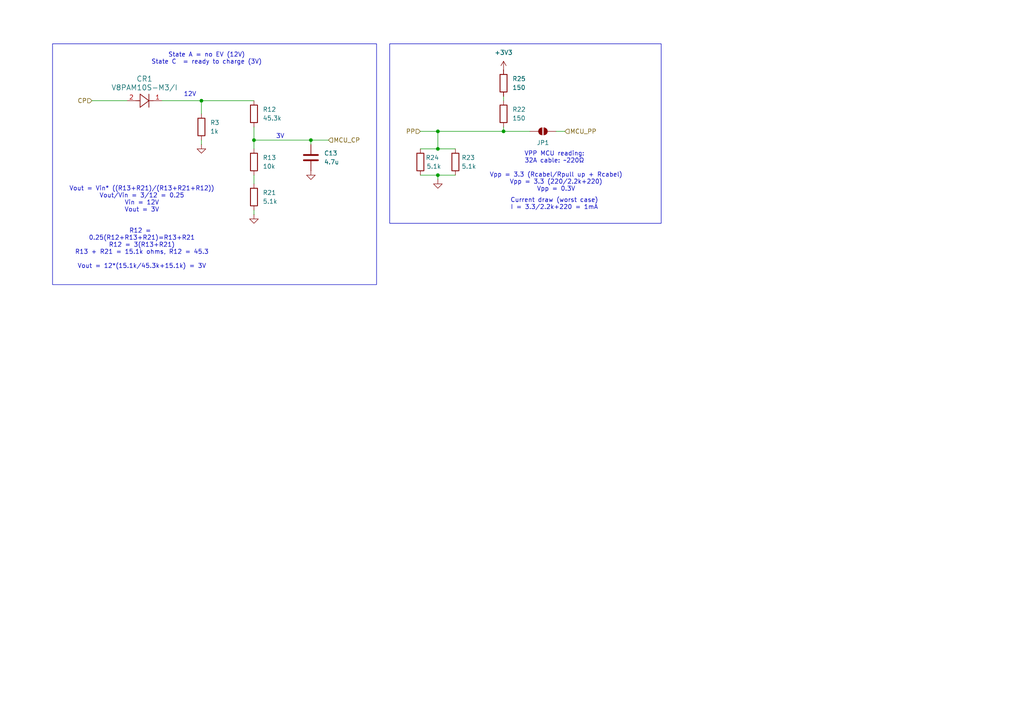
<source format=kicad_sch>
(kicad_sch (version 20250114) (generator "eeschema") (generator_version "9.0")
  (paper "A4")
  (lib_symbols
    (symbol "Device:C" (pin_numbers (hide yes)) (pin_names (offset 0.254))
      (property "Reference" "C" (at 0.635 2.54 0))
      (property "Value" "C" (at 0.635 -2.54 0))
      (symbol "C_0_1"
        (polyline (pts (xy -2.032 0.762) (xy 2.032 0.762)) (stroke (width 0.508)))
        (polyline (pts (xy -2.032 -0.762) (xy 2.032 -0.762)) (stroke (width 0.508)))
      )
      (symbol "C_1_1"
        (pin passive line (at 0 3.81 270) (length 2.794) (name "~") (number "1"))
        (pin passive line (at 0 -3.81 90) (length 2.794) (name "~") (number "2"))
      )
    )
    (symbol "Device:R" (pin_numbers (hide yes)) (pin_names (offset 0))
      (property "Reference" "R" (at 2.032 0 90))
      (property "Value" "R" (at 0 0 90))
      (symbol "R_0_1"
        (rectangle (start -1.016 -2.54) (end 1.016 2.54) (stroke (width 0.254)))
      )
      (symbol "R_1_1"
        (pin passive line (at 0 3.81 270) (length 1.27) (name "~") (number "1"))
        (pin passive line (at 0 -3.81 90) (length 1.27) (name "~") (number "2"))
      )
    )
    (symbol "Jumper:SolderJumper_2_Open" (pin_numbers (hide yes)) (pin_names (offset 0) (hide yes)) (in_bom no)
      (property "Reference" "JP" (at 0 2.032 0))
      (property "Value" "SolderJumper_2_Open" (at 0 -2.54 0))
      (symbol "SolderJumper_2_Open_0_1"
        (polyline (pts (xy -0.254 1.016) (xy -0.254 -1.016)))
        (arc (start -0.254 -1.016) (mid -1.2656 0) (end -0.254 1.016))
        (arc (start -0.254 -1.016) (mid -1.2656 0) (end -0.254 1.016) (fill (type outline)))
        (arc (start 0.254 1.016) (mid 1.2656 0) (end 0.254 -1.016))
        (arc (start 0.254 1.016) (mid 1.2656 0) (end 0.254 -1.016) (fill (type outline)))
        (polyline (pts (xy 0.254 1.016) (xy 0.254 -1.016)))
      )
      (symbol "SolderJumper_2_Open_1_1"
        (pin passive line (at -3.81 0 0) (length 2.54) (name "A") (number "1"))
        (pin passive line (at 3.81 0 180) (length 2.54) (name "B") (number "2"))
      )
    )
    (symbol "V8PAM10S-M3-I:V8PAM10S-M3_I" (pin_names (offset 0.254))
      (property "Reference" "CR" (at 5.08 4.445 0))
      (property "Value" "V8PAM10S-M3/I" (at 5.08 -3.81 0))
      (symbol "V8PAM10S-M3_I_0_1"
        (polyline (pts (xy 2.54 0) (xy 3.4798 0)) (stroke (width 0.2032)))
        (polyline (pts (xy 3.175 0) (xy 3.81 0)) (stroke (width 0.2032)))
        (polyline (pts (xy 3.81 1.905) (xy 3.81 -1.905)) (stroke (width 0.2032)))
        (polyline (pts (xy 3.81 -1.905) (xy 6.35 0)) (stroke (width 0.2032)))
        (polyline (pts (xy 6.35 0) (xy 3.81 1.905)) (stroke (width 0.2032)))
        (polyline (pts (xy 6.35 0) (xy 7.62 0)) (stroke (width 0.2032)))
        (polyline (pts (xy 6.35 -1.905) (xy 6.35 1.905)) (stroke (width 0.2032)))
        (pin unspecified line (at 0 0 0) (length 2.54) (name "") (number "2"))
        (pin unspecified line (at 10.16 0 180) (length 2.54) (name "") (number "1"))
      )
    )
    (symbol "power:+3V3" (power) (pin_numbers (hide yes)) (pin_names (offset 0) (hide yes))
      (property "Value" "+3V3" (at 0 3.556 0))
      (symbol "+3V3_0_1"
        (polyline (pts (xy -0.762 1.27) (xy 0 2.54)))
        (polyline (pts (xy 0 2.54) (xy 0.762 1.27)))
        (polyline (pts (xy 0 0) (xy 0 2.54)))
      )
      (symbol "+3V3_1_1"
        (pin power_in line (at 0 0 90) (length 0) (name "~") (number "1"))
      )
    )
    (symbol "power:GND" (power) (pin_numbers (hide yes)) (pin_names (offset 0) (hide yes))
      (property "Value" "GND" (at 0 -3.81 0))
      (symbol "GND_0_1"
        (polyline (pts (xy 0 0) (xy 0 -1.27) (xy 1.27 -1.27) (xy 0 -2.54) (xy -1.27 -1.27) (xy 0 -1.27)))
      )
      (symbol "GND_1_1"
        (pin power_in line (at 0 0 270) (length 0) (name "~") (number "1"))
      )
    )
  )
  (rectangle (start 15.24 12.7) (end 109.22 82.55))
  (rectangle (start 113.03 12.7) (end 191.77 64.77))
  (text "Vout = Vin* ((R13+R21)/(R13+R21+R12))\nVout/Vin = 3/12 = 0.25\nVin = 12V\nVout = 3V\n\n\nR12 = \n0.25(R12+R13+R21)=R13+R21\nR12 = 3(R13+R21)\nR13 + R21 = 15.1k ohms, R12 = 45.3\n\nVout = 12*(15.1k/45.3k+15.1k) = 3V" (at 41.148 66.04 0) (effects (font (size 1.27 1.27))))
  (text "3V" (at 81.28 39.624 0) (effects (font (size 1.27 1.27))))
  (text "Current draw (worst case)\nI = 3.3/2.2k+220 = 1mA" (at 160.782 59.182 0) (effects (font (size 1.27 1.27))))
  (text "12V" (at 55.118 27.432 0) (effects (font (size 1.27 1.27))))
  (text "VPP MCU reading: \n32A cable: ~220Ω \n\nVpp = 3.3 (Rcabel/Rpull up + Rcabel)\nVpp = 3.3 (220/2.2k+220)\nVpp = 0.3V" (at 161.29 49.784 0) (effects (font (size 1.27 1.27))))
  (text "State A = no EV (12V)\nState C  = ready to charge (3V)\n" (at 59.944 17.018 0) (effects (font (size 1.27 1.27))))
  (junction (at 58.42 29.21))
  (junction (at 90.17 40.64))
  (junction (at 73.66 40.64))
  (junction (at 127 43.18))
  (junction (at 127 50.8))
  (junction (at 146.05 38.1))
  (junction (at 127 38.1))
  (wire (pts (xy 73.66 50.8) (xy 73.66 53.34)))
  (wire (pts (xy 121.92 38.1) (xy 127 38.1)))
  (wire (pts (xy 127 38.1) (xy 146.05 38.1)))
  (wire (pts (xy 121.92 50.8) (xy 127 50.8)))
  (wire (pts (xy 73.66 40.64) (xy 73.66 43.18)))
  (wire (pts (xy 58.42 29.21) (xy 73.66 29.21)))
  (wire (pts (xy 121.92 43.18) (xy 127 43.18)))
  (wire (pts (xy 161.29 38.1) (xy 163.83 38.1)))
  (wire (pts (xy 127 38.1) (xy 127 43.18)))
  (wire (pts (xy 146.05 27.94) (xy 146.05 29.21)))
  (wire (pts (xy 58.42 29.21) (xy 58.42 33.02)))
  (wire (pts (xy 26.67 29.21) (xy 36.83 29.21)))
  (wire (pts (xy 73.66 60.96) (xy 73.66 62.23)))
  (wire (pts (xy 58.42 40.64) (xy 58.42 41.91)))
  (wire (pts (xy 127 50.8) (xy 132.08 50.8)))
  (wire (pts (xy 73.66 36.83) (xy 73.66 40.64)))
  (wire (pts (xy 90.17 40.64) (xy 90.17 41.91)))
  (wire (pts (xy 146.05 38.1) (xy 153.67 38.1)))
  (wire (pts (xy 46.99 29.21) (xy 58.42 29.21)))
  (wire (pts (xy 127 52.07) (xy 127 50.8)))
  (wire (pts (xy 146.05 36.83) (xy 146.05 38.1)))
  (wire (pts (xy 90.17 40.64) (xy 95.25 40.64)))
  (wire (pts (xy 73.66 40.64) (xy 90.17 40.64)))
  (wire (pts (xy 127 43.18) (xy 132.08 43.18)))
  (hierarchical_label "PP" (shape input) (at 121.92 38.1 180))
  (hierarchical_label "MCU_CP" (shape input) (at 95.25 40.64 0))
  (hierarchical_label "MCU_PP" (shape input) (at 163.83 38.1 0))
  (hierarchical_label "CP" (shape input) (at 26.67 29.21 180))
  (symbol (lib_id "Device:R") (at 121.92 46.99 0) (unit 1)
    (property "Reference" "R24" (at 123.444 45.72 0) (effects (justify left)))
    (property "Value" "5.1k" (at 123.698 48.26 0) (effects (justify left)))
    (property "Description" "Resistor" (effects (hide yes)))
  )
  (symbol (lib_id "Device:R") (at 58.42 36.83 0) (unit 1)
    (property "Reference" "R3" (at 60.96 35.5599 0) (effects (justify left)))
    (property "Value" "1k" (at 60.96 38.0999 0) (effects (justify left)))
    (property "Description" "Resistor" (effects (hide yes)))
  )
  (symbol (lib_id "Device:R") (at 73.66 57.15 0) (unit 1)
    (property "Reference" "R21" (at 76.2 55.8799 0) (effects (justify left)))
    (property "Value" "5.1k" (at 76.2 58.4199 0) (effects (justify left)))
    (property "Description" "Resistor" (effects (hide yes)))
  )
  (symbol (lib_id "Jumper:SolderJumper_2_Open") (at 157.48 38.1 0) (unit 1) (in_bom no)
    (property "Reference" "JP1" (at 157.48 41.402 0))
    (property "Value" "SolderJumper_2_Open" (effects (hide yes)))
    (property "Description" "Solder Jumper, 2-pole, open" (effects (hide yes)))
  )
  (symbol (lib_id "power:GND") (at 90.17 49.53 0) (unit 1)
    (property "Reference" "#PWR035" (effects (hide yes)))
    (property "Value" "GND" (effects (hide yes)))
    (property "Description" "Power symbol creates a global label with name \"GND\" , ground" (effects (hide yes)))
  )
  (symbol (lib_id "power:GND") (at 127 52.07 0) (unit 1)
    (property "Reference" "#PWR072" (effects (hide yes)))
    (property "Value" "GND" (effects (hide yes)))
    (property "Description" "Power symbol creates a global label with name \"GND\" , ground" (effects (hide yes)))
  )
  (symbol (lib_id "Device:R") (at 73.66 46.99 0) (unit 1)
    (property "Reference" "R13" (at 76.2 45.7199 0) (effects (justify left)))
    (property "Value" "10k" (at 76.2 48.2599 0) (effects (justify left)))
    (property "Description" "Resistor" (effects (hide yes)))
  )
  (symbol (lib_id "power:+3V3") (at 146.05 20.32 0) (unit 1)
    (property "Reference" "#PWR070" (effects (hide yes)))
    (property "Value" "+3V3" (at 146.05 15.24 0))
    (property "Description" "Power symbol creates a global label with name \"+3V3\"" (effects (hide yes)))
  )
  (symbol (lib_id "Device:R") (at 146.05 24.13 0) (unit 1)
    (property "Reference" "R25" (at 148.59 22.8599 0) (effects (justify left)))
    (property "Value" "150" (at 148.59 25.3999 0) (effects (justify left)))
    (property "Description" "Resistor" (effects (hide yes)))
  )
  (symbol (lib_id "power:GND") (at 58.42 41.91 0) (unit 1)
    (property "Reference" "#PWR030" (effects (hide yes)))
    (property "Value" "GND" (effects (hide yes)))
    (property "Description" "Power symbol creates a global label with name \"GND\" , ground" (effects (hide yes)))
  )
  (symbol (lib_id "Device:R") (at 132.08 46.99 0) (unit 1)
    (property "Reference" "R23" (at 133.858 45.72 0) (effects (justify left)))
    (property "Value" "5.1k" (at 133.858 48.26 0) (effects (justify left)))
    (property "Description" "Resistor" (effects (hide yes)))
  )
  (symbol (lib_id "power:GND") (at 73.66 62.23 0) (unit 1)
    (property "Reference" "#PWR036" (effects (hide yes)))
    (property "Value" "GND" (effects (hide yes)))
    (property "Description" "Power symbol creates a global label with name \"GND\" , ground" (effects (hide yes)))
  )
  (symbol (lib_id "Device:R") (at 146.05 33.02 0) (unit 1)
    (property "Reference" "R22" (at 148.59 31.7499 0) (effects (justify left)))
    (property "Value" "150" (at 148.59 34.2899 0) (effects (justify left)))
    (property "Description" "Resistor" (effects (hide yes)))
  )
  (symbol (lib_id "Device:R") (at 73.66 33.02 0) (unit 1)
    (property "Reference" "R12" (at 76.2 31.7499 0) (effects (justify left)))
    (property "Value" "45.3k" (at 76.2 34.2899 0) (effects (justify left)))
    (property "Description" "Resistor" (effects (hide yes)))
  )
  (symbol (lib_id "V8PAM10S-M3-I:V8PAM10S-M3_I") (at 36.83 29.21 0) (unit 1)
    (property "Reference" "CR1" (at 41.91 22.86 0) (effects (font (size 1.524 1.524))))
    (property "Value" "V8PAM10S-M3/I" (at 41.91 25.4 0) (effects (font (size 1.524 1.524))))
    (property "Footprint" "CR_10S-M3/I_VIS" (effects (hide yes)))
    (property "Datasheet" "https://www.vishay.com/doc?87013" (effects (hide yes)))
  )
  (symbol (lib_id "Device:C") (at 90.17 45.72 0) (unit 1)
    (property "Reference" "C13" (at 93.98 44.4499 0) (effects (justify left)))
    (property "Value" "4.7u" (at 93.98 46.9899 0) (effects (justify left)))
    (property "Description" "Unpolarized capacitor" (effects (hide yes)))
  )
)
</source>
